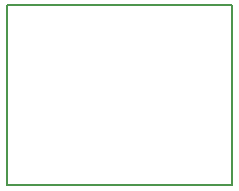
<source format=gko>
%FSLAX24Y24*%
%MOIN*%
G70*
G01*
G75*
G04 Layer_Color=16711935*
%ADD10R,0.0500X0.0299*%
%ADD11R,0.0315X0.0354*%
%ADD12R,0.0244X0.0480*%
%ADD13R,0.0276X0.0354*%
%ADD14C,0.0200*%
%ADD15C,0.0591*%
%ADD16C,0.0492*%
%ADD17R,0.0354X0.0315*%
%ADD18R,0.0354X0.0276*%
%ADD19R,0.0512X0.0236*%
%ADD20C,0.0100*%
%ADD21C,0.0050*%
%ADD22C,0.0079*%
%ADD23C,0.0080*%
%ADD24R,0.0560X0.0359*%
%ADD25R,0.0375X0.0414*%
%ADD26R,0.0304X0.0540*%
%ADD27R,0.0336X0.0414*%
%ADD28C,0.0651*%
%ADD29C,0.0552*%
%ADD30R,0.0414X0.0375*%
%ADD31R,0.0414X0.0336*%
%ADD32R,0.0572X0.0296*%
%ADD33C,0.0098*%
D22*
X10000Y10000D02*
X17500D01*
Y16000D01*
X10000D02*
X17500D01*
X10000Y10000D02*
Y16000D01*
M02*

</source>
